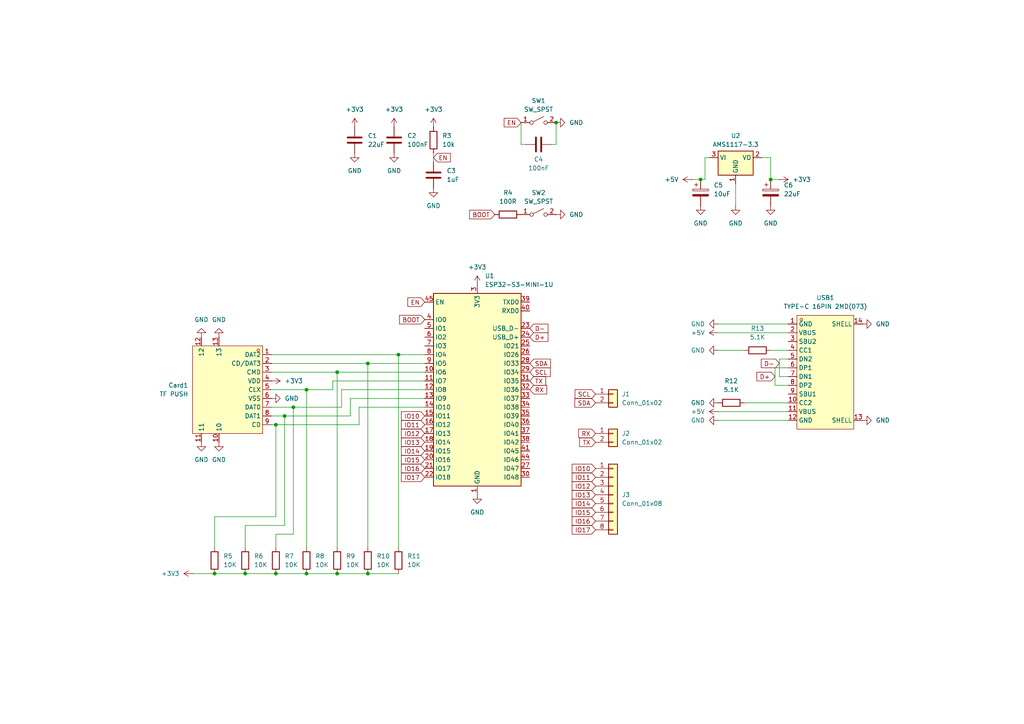
<source format=kicad_sch>
(kicad_sch (version 20231120) (generator "eeschema") (generator_version "8.0")
  (paper "A4")
  (lib_symbols
    (symbol "Connector_Generic:Conn_01x02" (pin_names (offset 1.016) hide)
      (property "Reference" "J" (at 0 2.54 0))
      (property "Value" "Conn_01x02" (at 0 -5.08 0))
      (symbol "Conn_01x02_1_1"
        (rectangle (start -1.27 -2.413) (end 0 -2.667) (stroke (width 0.1524)))
        (rectangle (start -1.27 0.127) (end 0 -0.127) (stroke (width 0.1524)))
        (rectangle (start -1.27 1.27) (end 1.27 -3.81) (stroke (width 0.254)) (fill (type background)))
        (pin passive line (at -5.08 0 0) (length 3.81) (name "Pin_1") (number "1"))
        (pin passive line (at -5.08 -2.54 0) (length 3.81) (name "Pin_2") (number "2"))
      )
    )
    (symbol "Connector_Generic:Conn_01x08" (pin_names (offset 1.016) hide)
      (property "Reference" "J" (at 0 10.16 0))
      (property "Value" "Conn_01x08" (at 0 -12.7 0))
      (symbol "Conn_01x08_1_1"
        (rectangle (start -1.27 -10.033) (end 0 -10.287) (stroke (width 0.1524)))
        (rectangle (start -1.27 -7.493) (end 0 -7.747) (stroke (width 0.1524)))
        (rectangle (start -1.27 -4.953) (end 0 -5.207) (stroke (width 0.1524)))
        (rectangle (start -1.27 -2.413) (end 0 -2.667) (stroke (width 0.1524)))
        (rectangle (start -1.27 0.127) (end 0 -0.127) (stroke (width 0.1524)))
        (rectangle (start -1.27 2.667) (end 0 2.413) (stroke (width 0.1524)))
        (rectangle (start -1.27 5.207) (end 0 4.953) (stroke (width 0.1524)))
        (rectangle (start -1.27 7.747) (end 0 7.493) (stroke (width 0.1524)))
        (rectangle (start -1.27 8.89) (end 1.27 -11.43) (stroke (width 0.254)) (fill (type background)))
        (pin passive line (at -5.08 7.62 0) (length 3.81) (name "Pin_1") (number "1"))
        (pin passive line (at -5.08 5.08 0) (length 3.81) (name "Pin_2") (number "2"))
        (pin passive line (at -5.08 2.54 0) (length 3.81) (name "Pin_3") (number "3"))
        (pin passive line (at -5.08 0 0) (length 3.81) (name "Pin_4") (number "4"))
        (pin passive line (at -5.08 -2.54 0) (length 3.81) (name "Pin_5") (number "5"))
        (pin passive line (at -5.08 -5.08 0) (length 3.81) (name "Pin_6") (number "6"))
        (pin passive line (at -5.08 -7.62 0) (length 3.81) (name "Pin_7") (number "7"))
        (pin passive line (at -5.08 -10.16 0) (length 3.81) (name "Pin_8") (number "8"))
      )
    )
    (symbol "Device:C" (pin_numbers hide) (pin_names (offset 0.254))
      (property "Reference" "C" (at 0.635 2.54 0))
      (property "Value" "C" (at 0.635 -2.54 0))
      (symbol "C_0_1"
        (polyline (pts (xy -2.032 -0.762) (xy 2.032 -0.762)) (stroke (width 0.508)))
        (polyline (pts (xy -2.032 0.762) (xy 2.032 0.762)) (stroke (width 0.508)))
      )
      (symbol "C_1_1"
        (pin passive line (at 0 3.81 270) (length 2.794) (name "~") (number "1"))
        (pin passive line (at 0 -3.81 90) (length 2.794) (name "~") (number "2"))
      )
    )
    (symbol "Device:C_Polarized" (pin_numbers hide) (pin_names (offset 0.254))
      (property "Reference" "C" (at 0.635 2.54 0))
      (property "Value" "C_Polarized" (at 0.635 -2.54 0))
      (symbol "C_Polarized_0_1"
        (rectangle (start -2.286 0.508) (end 2.286 1.016))
        (polyline (pts (xy -1.778 2.286) (xy -0.762 2.286)))
        (polyline (pts (xy -1.27 2.794) (xy -1.27 1.778)))
        (rectangle (start 2.286 -0.508) (end -2.286 -1.016) (fill (type outline)))
      )
      (symbol "C_Polarized_1_1"
        (pin passive line (at 0 3.81 270) (length 2.794) (name "~") (number "1"))
        (pin passive line (at 0 -3.81 90) (length 2.794) (name "~") (number "2"))
      )
    )
    (symbol "Device:R" (pin_numbers hide) (pin_names (offset 0))
      (property "Reference" "R" (at 2.032 0 90))
      (property "Value" "R" (at 0 0 90))
      (symbol "R_0_1"
        (rectangle (start -1.016 -2.54) (end 1.016 2.54) (stroke (width 0.254)))
      )
      (symbol "R_1_1"
        (pin passive line (at 0 3.81 270) (length 1.27) (name "~") (number "1"))
        (pin passive line (at 0 -3.81 90) (length 1.27) (name "~") (number "2"))
      )
    )
    (symbol "EasyEDA2KiCad:TFPUSH"
      (property "Reference" "Card" (at 0 20.32 0))
      (property "Value" "TF PUSH" (at 0 -20.32 0))
      (symbol "TFPUSH_0_1"
        (rectangle (start -7.62 12.7) (end 12.7 -12.7) (fill (type background)))
        (circle (center -6.35 11.43) (radius 0.38))
        (pin unspecified line (at -10.16 10.16 0) (length 2.54) (name "DAT2") (number "1"))
        (pin unspecified line (at 5.08 -15.24 90) (length 2.54) (name "10") (number "10"))
        (pin unspecified line (at 10.16 -15.24 90) (length 2.54) (name "11") (number "11"))
        (pin unspecified line (at 10.16 15.24 270) (length 2.54) (name "12") (number "12"))
        (pin unspecified line (at 5.08 15.24 270) (length 2.54) (name "13") (number "13"))
        (pin unspecified line (at -10.16 7.62 0) (length 2.54) (name "CD/DAT3") (number "2"))
        (pin unspecified line (at -10.16 5.08 0) (length 2.54) (name "CMD") (number "3"))
        (pin unspecified line (at -10.16 2.54 0) (length 2.54) (name "VDD") (number "4"))
        (pin unspecified line (at -10.16 0 0) (length 2.54) (name "CLX") (number "5"))
        (pin unspecified line (at -10.16 -2.54 0) (length 2.54) (name "VSS") (number "6"))
        (pin unspecified line (at -10.16 -5.08 0) (length 2.54) (name "DAT0") (number "7"))
        (pin unspecified line (at -10.16 -7.62 0) (length 2.54) (name "DAT1") (number "8"))
        (pin unspecified line (at -10.16 -10.16 0) (length 2.54) (name "CD") (number "9"))
      )
    )
    (symbol "EasyEDA2KiCad:TYPE-C16PIN2MD(073)"
      (property "Reference" "USB" (at 0 19.05 0))
      (property "Value" "TYPE-C 16PIN 2MD(073)" (at 0 -19.05 0))
      (symbol "TYPE-C16PIN2MD(073)_0_1"
        (rectangle (start -8.89 16.51) (end 7.62 -16.51) (fill (type background)))
        (circle (center -7.62 15.24) (radius 0.38))
        (pin unspecified line (at -11.43 13.97 0) (length 2.54) (name "GND") (number "1"))
        (pin unspecified line (at -11.43 -8.89 0) (length 2.54) (name "CC2") (number "10"))
        (pin unspecified line (at -11.43 -11.43 0) (length 2.54) (name "VBUS") (number "11"))
        (pin unspecified line (at -11.43 -13.97 0) (length 2.54) (name "GND") (number "12"))
        (pin unspecified line (at 10.16 -13.97 180) (length 2.54) (name "SHELL") (number "13"))
        (pin unspecified line (at 10.16 13.97 180) (length 2.54) (name "SHELL") (number "14"))
        (pin unspecified line (at -11.43 11.43 0) (length 2.54) (name "VBUS") (number "2"))
        (pin unspecified line (at -11.43 8.89 0) (length 2.54) (name "SBU2") (number "3"))
        (pin unspecified line (at -11.43 6.35 0) (length 2.54) (name "CC1") (number "4"))
        (pin unspecified line (at -11.43 3.81 0) (length 2.54) (name "DN2") (number "5"))
        (pin unspecified line (at -11.43 1.27 0) (length 2.54) (name "DP1") (number "6"))
        (pin unspecified line (at -11.43 -1.27 0) (length 2.54) (name "DN1") (number "7"))
        (pin unspecified line (at -11.43 -3.81 0) (length 2.54) (name "DP2") (number "8"))
        (pin unspecified line (at -11.43 -6.35 0) (length 2.54) (name "SBU1") (number "9"))
      )
    )
    (symbol "RF_Module:ESP32-S3-MINI-1U"
      (property "Reference" "U" (at -11.43 29.21 0))
      (property "Value" "ESP32-S3-MINI-1U" (at 12.7 29.21 0))
      (symbol "ESP32-S3-MINI-1U_0_1"
        (rectangle (start -12.7 27.94) (end 12.7 -27.94) (stroke (width 0.254)) (fill (type background)))
      )
      (symbol "ESP32-S3-MINI-1U_1_1"
        (pin power_in line (at 0 -30.48 90) (length 2.54) (name "GND") (number "1"))
        (pin bidirectional line (at -15.24 5.08 0) (length 2.54) (name "IO6") (number "10"))
        (pin bidirectional line (at -15.24 2.54 0) (length 2.54) (name "IO7") (number "11"))
        (pin bidirectional line (at -15.24 0 0) (length 2.54) (name "IO8") (number "12"))
        (pin bidirectional line (at -15.24 -2.54 0) (length 2.54) (name "IO9") (number "13"))
        (pin bidirectional line (at -15.24 -5.08 0) (length 2.54) (name "IO10") (number "14"))
        (pin bidirectional line (at -15.24 -7.62 0) (length 2.54) (name "IO11") (number "15"))
        (pin bidirectional line (at -15.24 -10.16 0) (length 2.54) (name "IO12") (number "16"))
        (pin bidirectional line (at -15.24 -12.7 0) (length 2.54) (name "IO13") (number "17"))
        (pin bidirectional line (at -15.24 -15.24 0) (length 2.54) (name "IO14") (number "18"))
        (pin bidirectional line (at -15.24 -17.78 0) (length 2.54) (name "IO15") (number "19"))
        (pin passive line (at 0 -30.48 90) (length 2.54) hide (name "GND") (number "2"))
        (pin bidirectional line (at -15.24 -20.32 0) (length 2.54) (name "IO16") (number "20"))
        (pin bidirectional line (at -15.24 -22.86 0) (length 2.54) (name "IO17") (number "21"))
        (pin bidirectional line (at -15.24 -25.4 0) (length 2.54) (name "IO18") (number "22"))
        (pin bidirectional line (at 15.24 17.78 180) (length 2.54) (name "USB_D-") (number "23"))
        (pin bidirectional line (at 15.24 15.24 180) (length 2.54) (name "USB_D+") (number "24"))
        (pin bidirectional line (at 15.24 12.7 180) (length 2.54) (name "IO21") (number "25"))
        (pin bidirectional line (at 15.24 10.16 180) (length 2.54) (name "IO26") (number "26"))
        (pin bidirectional line (at 15.24 -22.86 180) (length 2.54) (name "IO47") (number "27"))
        (pin bidirectional line (at 15.24 7.62 180) (length 2.54) (name "IO33") (number "28"))
        (pin bidirectional line (at 15.24 5.08 180) (length 2.54) (name "IO34") (number "29"))
        (pin power_in line (at 0 30.48 270) (length 2.54) (name "3V3") (number "3"))
        (pin bidirectional line (at 15.24 -25.4 180) (length 2.54) (name "IO48") (number "30"))
        (pin bidirectional line (at 15.24 2.54 180) (length 2.54) (name "IO35") (number "31"))
        (pin bidirectional line (at 15.24 0 180) (length 2.54) (name "IO36") (number "32"))
        (pin bidirectional line (at 15.24 -2.54 180) (length 2.54) (name "IO37") (number "33"))
        (pin bidirectional line (at 15.24 -5.08 180) (length 2.54) (name "IO38") (number "34"))
        (pin bidirectional line (at 15.24 -7.62 180) (length 2.54) (name "IO39") (number "35"))
        (pin bidirectional line (at 15.24 -10.16 180) (length 2.54) (name "IO40") (number "36"))
        (pin bidirectional line (at 15.24 -12.7 180) (length 2.54) (name "IO41") (number "37"))
        (pin bidirectional line (at 15.24 -15.24 180) (length 2.54) (name "IO42") (number "38"))
        (pin bidirectional line (at 15.24 25.4 180) (length 2.54) (name "TXD0") (number "39"))
        (pin bidirectional line (at -15.24 20.32 0) (length 2.54) (name "IO0") (number "4"))
        (pin bidirectional line (at 15.24 22.86 180) (length 2.54) (name "RXD0") (number "40"))
        (pin bidirectional line (at 15.24 -17.78 180) (length 2.54) (name "IO45") (number "41"))
        (pin passive line (at 0 -30.48 90) (length 2.54) hide (name "GND") (number "42"))
        (pin passive line (at 0 -30.48 90) (length 2.54) hide (name "GND") (number "43"))
        (pin bidirectional line (at 15.24 -20.32 180) (length 2.54) (name "IO46") (number "44"))
        (pin input line (at -15.24 25.4 0) (length 2.54) (name "EN") (number "45"))
        (pin passive line (at 0 -30.48 90) (length 2.54) hide (name "GND") (number "46"))
        (pin passive line (at 0 -30.48 90) (length 2.54) hide (name "GND") (number "47"))
        (pin passive line (at 0 -30.48 90) (length 2.54) hide (name "GND") (number "48"))
        (pin passive line (at 0 -30.48 90) (length 2.54) hide (name "GND") (number "49"))
        (pin bidirectional line (at -15.24 17.78 0) (length 2.54) (name "IO1") (number "5"))
        (pin passive line (at 0 -30.48 90) (length 2.54) hide (name "GND") (number "50"))
        (pin passive line (at 0 -30.48 90) (length 2.54) hide (name "GND") (number "51"))
        (pin passive line (at 0 -30.48 90) (length 2.54) hide (name "GND") (number "52"))
        (pin passive line (at 0 -30.48 90) (length 2.54) hide (name "GND") (number "53"))
        (pin passive line (at 0 -30.48 90) (length 2.54) hide (name "GND") (number "54"))
        (pin passive line (at 0 -30.48 90) (length 2.54) hide (name "GND") (number "55"))
        (pin passive line (at 0 -30.48 90) (length 2.54) hide (name "GND") (number "56"))
        (pin passive line (at 0 -30.48 90) (length 2.54) hide (name "GND") (number "57"))
        (pin passive line (at 0 -30.48 90) (length 2.54) hide (name "GND") (number "58"))
        (pin passive line (at 0 -30.48 90) (length 2.54) hide (name "GND") (number "59"))
        (pin bidirectional line (at -15.24 15.24 0) (length 2.54) (name "IO2") (number "6"))
        (pin passive line (at 0 -30.48 90) (length 2.54) hide (name "GND") (number "60"))
        (pin passive line (at 0 -30.48 90) (length 2.54) hide (name "GND") (number "61"))
        (pin passive line (at 0 -30.48 90) (length 2.54) hide (name "GND") (number "62"))
        (pin passive line (at 0 -30.48 90) (length 2.54) hide (name "GND") (number "63"))
        (pin passive line (at 0 -30.48 90) (length 2.54) hide (name "GND") (number "64"))
        (pin passive line (at 0 -30.48 90) (length 2.54) hide (name "GND") (number "65"))
        (pin bidirectional line (at -15.24 12.7 0) (length 2.54) (name "IO3") (number "7"))
        (pin bidirectional line (at -15.24 10.16 0) (length 2.54) (name "IO4") (number "8"))
        (pin bidirectional line (at -15.24 7.62 0) (length 2.54) (name "IO5") (number "9"))
      )
    )
    (symbol "Regulator_Linear:AMS1117-3.3"
      (property "Reference" "U" (at -3.81 3.175 0))
      (property "Value" "AMS1117-3.3" (at 0 3.175 0))
      (symbol "AMS1117-3.3_0_1"
        (rectangle (start -5.08 -5.08) (end 5.08 1.905) (stroke (width 0.254)) (fill (type background)))
      )
      (symbol "AMS1117-3.3_1_1"
        (pin power_in line (at 0 -7.62 90) (length 2.54) (name "GND") (number "1"))
        (pin power_out line (at 7.62 0 180) (length 2.54) (name "VO") (number "2"))
        (pin power_in line (at -7.62 0 0) (length 2.54) (name "VI") (number "3"))
      )
    )
    (symbol "Switch:SW_SPST" (pin_names (offset 0) hide)
      (property "Reference" "SW" (at 0 3.175 0))
      (property "Value" "SW_SPST" (at 0 -2.54 0))
      (symbol "SW_SPST_0_0"
        (circle (center -2.032 0) (radius 0.508))
        (polyline (pts (xy -1.524 0.254) (xy 1.524 1.778)))
        (circle (center 2.032 0) (radius 0.508))
      )
      (symbol "SW_SPST_1_1"
        (pin passive line (at -5.08 0 0) (length 2.54) (name "A") (number "1"))
        (pin passive line (at 5.08 0 180) (length 2.54) (name "B") (number "2"))
      )
    )
    (symbol "power:+3V3" (power) (pin_numbers hide) (pin_names (offset 0) hide)
      (property "Value" "+3V3" (at 0 3.556 0))
      (symbol "+3V3_0_1"
        (polyline (pts (xy -0.762 1.27) (xy 0 2.54)))
        (polyline (pts (xy 0 0) (xy 0 2.54)))
        (polyline (pts (xy 0 2.54) (xy 0.762 1.27)))
      )
      (symbol "+3V3_1_1"
        (pin power_in line (at 0 0 90) (length 0) (name "~") (number "1"))
      )
    )
    (symbol "power:+5V" (power) (pin_numbers hide) (pin_names (offset 0) hide)
      (property "Value" "+5V" (at 0 3.556 0))
      (symbol "+5V_0_1"
        (polyline (pts (xy -0.762 1.27) (xy 0 2.54)))
        (polyline (pts (xy 0 0) (xy 0 2.54)))
        (polyline (pts (xy 0 2.54) (xy 0.762 1.27)))
      )
      (symbol "+5V_1_1"
        (pin power_in line (at 0 0 90) (length 0) (name "~") (number "1"))
      )
    )
    (symbol "power:GND" (power) (pin_numbers hide) (pin_names (offset 0) hide)
      (property "Value" "GND" (at 0 -3.81 0))
      (symbol "GND_0_1"
        (polyline (pts (xy 0 0) (xy 0 -1.27) (xy 1.27 -1.27) (xy 0 -2.54) (xy -1.27 -1.27) (xy 0 -1.27)))
      )
      (symbol "GND_1_1"
        (pin power_in line (at 0 0 270) (length 0) (name "~") (number "1"))
      )
    )
  )
  (junction (at 88.9 113.03))
  (junction (at 62.23 166.37))
  (junction (at 161.29 35.56))
  (junction (at 223.52 52.07))
  (junction (at 80.01 123.19))
  (junction (at 71.12 166.37))
  (junction (at 106.68 105.41))
  (junction (at 80.01 166.37))
  (junction (at 97.79 166.37))
  (junction (at 115.57 102.87))
  (junction (at 82.55 120.65))
  (junction (at 97.79 107.95))
  (junction (at 203.2 52.07))
  (junction (at 88.9 166.37))
  (junction (at 106.68 166.37))
  (junction (at 85.09 118.11))
  (wire (pts (xy 97.79 107.95) (xy 123.19 107.95)))
  (wire (pts (xy 208.28 101.6) (xy 215.9 101.6)))
  (wire (pts (xy 96.52 110.49) (xy 123.19 110.49)))
  (wire (pts (xy 62.23 166.37) (xy 71.12 166.37)))
  (wire (pts (xy 161.29 35.56) (xy 161.29 41.91)))
  (wire (pts (xy 88.9 113.03) (xy 96.52 113.03)))
  (wire (pts (xy 85.09 154.94) (xy 80.01 154.94)))
  (wire (pts (xy 228.6 104.14) (xy 226.06 104.14)))
  (wire (pts (xy 106.68 166.37) (xy 115.57 166.37)))
  (wire (pts (xy 62.23 149.86) (xy 62.23 158.75)))
  (wire (pts (xy 55.88 166.37) (xy 62.23 166.37)))
  (wire (pts (xy 226.06 104.14) (xy 226.06 109.22)))
  (wire (pts (xy 115.57 102.87) (xy 123.19 102.87)))
  (wire (pts (xy 215.9 116.84) (xy 228.6 116.84)))
  (wire (pts (xy 161.29 41.91) (xy 160.02 41.91)))
  (wire (pts (xy 88.9 166.37) (xy 97.79 166.37)))
  (wire (pts (xy 97.79 166.37) (xy 106.68 166.37)))
  (wire (pts (xy 78.74 120.65) (xy 82.55 120.65)))
  (wire (pts (xy 101.6 115.57) (xy 123.19 115.57)))
  (wire (pts (xy 226.06 52.07) (xy 223.52 52.07)))
  (wire (pts (xy 125.73 46.99) (xy 125.73 44.45)))
  (wire (pts (xy 88.9 113.03) (xy 88.9 158.75)))
  (wire (pts (xy 228.6 106.68) (xy 224.79 106.68)))
  (wire (pts (xy 223.52 45.72) (xy 223.52 52.07)))
  (wire (pts (xy 204.47 45.72) (xy 205.74 45.72)))
  (wire (pts (xy 85.09 118.11) (xy 99.06 118.11)))
  (wire (pts (xy 106.68 105.41) (xy 123.19 105.41)))
  (wire (pts (xy 106.68 105.41) (xy 106.68 158.75)))
  (wire (pts (xy 78.74 118.11) (xy 85.09 118.11)))
  (wire (pts (xy 213.36 53.34) (xy 213.36 59.69)))
  (wire (pts (xy 71.12 152.4) (xy 71.12 158.75)))
  (wire (pts (xy 204.47 45.72) (xy 204.47 52.07)))
  (wire (pts (xy 208.28 93.98) (xy 228.6 93.98)))
  (wire (pts (xy 151.13 41.91) (xy 152.4 41.91)))
  (wire (pts (xy 223.52 101.6) (xy 228.6 101.6)))
  (wire (pts (xy 78.74 105.41) (xy 106.68 105.41)))
  (wire (pts (xy 208.28 121.92) (xy 228.6 121.92)))
  (wire (pts (xy 224.79 111.76) (xy 228.6 111.76)))
  (wire (pts (xy 82.55 120.65) (xy 101.6 120.65)))
  (wire (pts (xy 80.01 149.86) (xy 62.23 149.86)))
  (wire (pts (xy 85.09 118.11) (xy 85.09 154.94)))
  (wire (pts (xy 224.79 106.68) (xy 224.79 111.76)))
  (wire (pts (xy 82.55 120.65) (xy 82.55 152.4)))
  (wire (pts (xy 78.74 113.03) (xy 88.9 113.03)))
  (wire (pts (xy 223.52 45.72) (xy 220.98 45.72)))
  (wire (pts (xy 115.57 102.87) (xy 115.57 158.75)))
  (wire (pts (xy 78.74 107.95) (xy 97.79 107.95)))
  (wire (pts (xy 208.28 119.38) (xy 228.6 119.38)))
  (wire (pts (xy 208.28 96.52) (xy 228.6 96.52)))
  (wire (pts (xy 204.47 52.07) (xy 203.2 52.07)))
  (wire (pts (xy 80.01 123.19) (xy 104.14 123.19)))
  (wire (pts (xy 200.66 52.07) (xy 203.2 52.07)))
  (wire (pts (xy 96.52 113.03) (xy 96.52 110.49)))
  (wire (pts (xy 99.06 113.03) (xy 123.19 113.03)))
  (wire (pts (xy 226.06 109.22) (xy 228.6 109.22)))
  (wire (pts (xy 80.01 154.94) (xy 80.01 158.75)))
  (wire (pts (xy 99.06 118.11) (xy 99.06 113.03)))
  (wire (pts (xy 104.14 123.19) (xy 104.14 118.11)))
  (wire (pts (xy 78.74 102.87) (xy 115.57 102.87)))
  (wire (pts (xy 97.79 107.95) (xy 97.79 158.75)))
  (wire (pts (xy 80.01 123.19) (xy 80.01 149.86)))
  (wire (pts (xy 151.13 35.56) (xy 151.13 41.91)))
  (wire (pts (xy 78.74 123.19) (xy 80.01 123.19)))
  (wire (pts (xy 104.14 118.11) (xy 123.19 118.11)))
  (wire (pts (xy 80.01 166.37) (xy 88.9 166.37)))
  (wire (pts (xy 101.6 120.65) (xy 101.6 115.57)))
  (wire (pts (xy 82.55 152.4) (xy 71.12 152.4)))
  (wire (pts (xy 71.12 166.37) (xy 80.01 166.37)))
  (global_label "IO11" (shape input) (at 172.72 138.43 180) (property "Intersheetrefs" "${INTERSHEET_REFS}" (effects (hide yes))))
  (global_label "IO17" (shape input) (at 123.19 138.43 180) (property "Intersheetrefs" "${INTERSHEET_REFS}" (effects (hide yes))))
  (global_label "BOOT" (shape input) (at 143.51 62.23 180) (property "Intersheetrefs" "${INTERSHEET_REFS}" (effects (hide yes))))
  (global_label "IO13" (shape input) (at 123.19 128.27 180) (property "Intersheetrefs" "${INTERSHEET_REFS}" (effects (hide yes))))
  (global_label "EN" (shape input) (at 123.19 87.63 180) (property "Intersheetrefs" "${INTERSHEET_REFS}" (effects (hide yes))))
  (global_label "SCL" (shape input) (at 172.72 114.3 180) (property "Intersheetrefs" "${INTERSHEET_REFS}" (effects (hide yes))))
  (global_label "D-" (shape input) (at 226.06 105.41 180) (property "Intersheetrefs" "${INTERSHEET_REFS}" (effects (hide yes))))
  (global_label "SDA" (shape input) (at 172.72 116.84 180) (property "Intersheetrefs" "${INTERSHEET_REFS}" (effects (hide yes))))
  (global_label "IO16" (shape input) (at 123.19 135.89 180) (property "Intersheetrefs" "${INTERSHEET_REFS}" (effects (hide yes))))
  (global_label "IO13" (shape input) (at 172.72 143.51 180) (property "Intersheetrefs" "${INTERSHEET_REFS}" (effects (hide yes))))
  (global_label "IO16" (shape input) (at 172.72 151.13 180) (property "Intersheetrefs" "${INTERSHEET_REFS}" (effects (hide yes))))
  (global_label "IO14" (shape input) (at 123.19 130.81 180) (property "Intersheetrefs" "${INTERSHEET_REFS}" (effects (hide yes))))
  (global_label "IO15" (shape input) (at 172.72 148.59 180) (property "Intersheetrefs" "${INTERSHEET_REFS}" (effects (hide yes))))
  (global_label "IO14" (shape input) (at 172.72 146.05 180) (property "Intersheetrefs" "${INTERSHEET_REFS}" (effects (hide yes))))
  (global_label "EN" (shape input) (at 125.73 45.72 0) (property "Intersheetrefs" "${INTERSHEET_REFS}" (effects (hide yes))))
  (global_label "D+" (shape input) (at 153.67 97.79 0) (property "Intersheetrefs" "${INTERSHEET_REFS}" (effects (hide yes))))
  (global_label "D-" (shape input) (at 153.67 95.25 0) (property "Intersheetrefs" "${INTERSHEET_REFS}" (effects (hide yes))))
  (global_label "RX" (shape input) (at 153.67 113.03 0) (property "Intersheetrefs" "${INTERSHEET_REFS}" (effects (hide yes))))
  (global_label "TX" (shape input) (at 172.72 128.27 180) (property "Intersheetrefs" "${INTERSHEET_REFS}" (effects (hide yes))))
  (global_label "IO12" (shape input) (at 123.19 125.73 180) (property "Intersheetrefs" "${INTERSHEET_REFS}" (effects (hide yes))))
  (global_label "EN" (shape input) (at 151.13 35.56 180) (property "Intersheetrefs" "${INTERSHEET_REFS}" (effects (hide yes))))
  (global_label "IO15" (shape input) (at 123.19 133.35 180) (property "Intersheetrefs" "${INTERSHEET_REFS}" (effects (hide yes))))
  (global_label "IO10" (shape input) (at 123.19 120.65 180) (property "Intersheetrefs" "${INTERSHEET_REFS}" (effects (hide yes))))
  (global_label "IO12" (shape input) (at 172.72 140.97 180) (property "Intersheetrefs" "${INTERSHEET_REFS}" (effects (hide yes))))
  (global_label "IO11" (shape input) (at 123.19 123.19 180) (property "Intersheetrefs" "${INTERSHEET_REFS}" (effects (hide yes))))
  (global_label "IO17" (shape input) (at 172.72 153.67 180) (property "Intersheetrefs" "${INTERSHEET_REFS}" (effects (hide yes))))
  (global_label "TX" (shape input) (at 153.67 110.49 0) (property "Intersheetrefs" "${INTERSHEET_REFS}" (effects (hide yes))))
  (global_label "IO10" (shape input) (at 172.72 135.89 180) (property "Intersheetrefs" "${INTERSHEET_REFS}" (effects (hide yes))))
  (global_label "BOOT" (shape input) (at 123.19 92.71 180) (property "Intersheetrefs" "${INTERSHEET_REFS}" (effects (hide yes))))
  (global_label "SCL" (shape input) (at 153.67 107.95 0) (property "Intersheetrefs" "${INTERSHEET_REFS}" (effects (hide yes))))
  (global_label "D+" (shape input) (at 224.79 109.22 180) (property "Intersheetrefs" "${INTERSHEET_REFS}" (effects (hide yes))))
  (global_label "RX" (shape input) (at 172.72 125.73 180) (property "Intersheetrefs" "${INTERSHEET_REFS}" (effects (hide yes))))
  (global_label "SDA" (shape input) (at 153.67 105.41 0) (property "Intersheetrefs" "${INTERSHEET_REFS}" (effects (hide yes))))
  (symbol (lib_id "power:GND") (at 58.42 97.79 0) (mirror x) (unit 1)
    (property "Reference" "#PWR025" (effects (hide yes)))
    (property "Value" "GND" (at 58.42 92.71 0))
    (property "Description" "Power symbol creates a global label with name \"GND\" , ground" (effects (hide yes)))
  )
  (symbol (lib_id "power:GND") (at 114.3 44.45 0) (unit 1)
    (property "Reference" "#PWR07" (effects (hide yes)))
    (property "Value" "GND" (at 114.3 49.53 0))
    (property "Description" "Power symbol creates a global label with name \"GND\" , ground" (effects (hide yes)))
  )
  (symbol (lib_id "Connector_Generic:Conn_01x02") (at 177.8 125.73 0) (unit 1)
    (property "Reference" "J2" (at 180.34 125.7299 0) (effects (justify left)))
    (property "Value" "Conn_01x02" (at 180.34 128.2699 0) (effects (justify left)))
    (property "Footprint" "Connector_PinHeader_2.54mm:PinHeader_1x02_P2.54mm_Vertical" (effects (hide yes)))
    (property "Description" "Generic connector, single row, 01x02, script generated (kicad-library-utils/schlib/autogen/connector/)" (effects (hide yes)))
  )
  (symbol (lib_id "Device:C_Polarized") (at 203.2 55.88 0) (unit 1)
    (property "Reference" "C5" (at 207.01 53.7209 0) (effects (justify left)))
    (property "Value" "10uF" (at 207.01 56.2609 0) (effects (justify left)))
    (property "Footprint" "EasyEDA2KiCad:CAP-SMD_BD6.3-L6.6-W6.6-FD" (effects (hide yes)))
    (property "Description" "Polarized capacitor" (effects (hide yes)))
  )
  (symbol (lib_id "Device:C") (at 114.3 40.64 0) (unit 1)
    (property "Reference" "C2" (at 118.11 39.3699 0) (effects (justify left)))
    (property "Value" "100nF" (at 118.11 41.9099 0) (effects (justify left)))
    (property "Footprint" "EasyEDA2KiCad:C0603" (effects (hide yes)))
    (property "Description" "Unpolarized capacitor" (effects (hide yes)))
  )
  (symbol (lib_id "power:+3V3") (at 114.3 36.83 0) (unit 1)
    (property "Reference" "#PWR06" (effects (hide yes)))
    (property "Value" "+3V3" (at 114.3 31.75 0))
    (property "Description" "Power symbol creates a global label with name \"+3V3\"" (effects (hide yes)))
  )
  (symbol (lib_id "Regulator_Linear:AMS1117-3.3") (at 213.36 45.72 0) (unit 1)
    (property "Reference" "U2" (at 213.36 39.37 0))
    (property "Value" "AMS1117-3.3" (at 213.36 41.91 0))
    (property "Footprint" "Package_TO_SOT_SMD:SOT-223-3_TabPin2" (effects (hide yes)))
    (property "Datasheet" "http://www.advanced-monolithic.com/pdf/ds1117.pdf" (effects (hide yes)))
    (property "Description" "1A Low Dropout regulator, positive, 3.3V fixed output, SOT-223" (effects (hide yes)))
  )
  (symbol (lib_id "Device:R") (at 97.79 162.56 180) (unit 1)
    (property "Reference" "R9" (at 100.33 161.2899 0) (effects (justify right)))
    (property "Value" "10K" (at 100.33 163.8299 0) (effects (justify right)))
    (property "Footprint" "EasyEDA2KiCad:R0603" (effects (hide yes)))
    (property "Description" "Resistor" (effects (hide yes)))
  )
  (symbol (lib_id "Device:C_Polarized") (at 223.52 55.88 0) (unit 1)
    (property "Reference" "C6" (at 227.33 53.7209 0) (effects (justify left)))
    (property "Value" "22uF" (at 227.33 56.2609 0) (effects (justify left)))
    (property "Footprint" "EasyEDA2KiCad:CAP-SMD_BD6.3-L6.6-W6.6-FD" (effects (hide yes)))
    (property "Description" "Polarized capacitor" (effects (hide yes)))
  )
  (symbol (lib_id "power:+3V3") (at 125.73 36.83 0) (unit 1)
    (property "Reference" "#PWR010" (effects (hide yes)))
    (property "Value" "+3V3" (at 125.73 31.75 0))
    (property "Description" "Power symbol creates a global label with name \"+3V3\"" (effects (hide yes)))
  )
  (symbol (lib_id "power:GND") (at 223.52 59.69 0) (unit 1)
    (property "Reference" "#PWR019" (effects (hide yes)))
    (property "Value" "GND" (at 223.52 64.77 0))
    (property "Description" "Power symbol creates a global label with name \"GND\" , ground" (effects (hide yes)))
  )
  (symbol (lib_id "power:GND") (at 63.5 128.27 0) (mirror y) (unit 1)
    (property "Reference" "#PWR024" (effects (hide yes)))
    (property "Value" "GND" (at 63.5 133.35 0))
    (property "Description" "Power symbol creates a global label with name \"GND\" , ground" (effects (hide yes)))
  )
  (symbol (lib_id "Device:R") (at 71.12 162.56 180) (unit 1)
    (property "Reference" "R6" (at 73.66 161.2899 0) (effects (justify right)))
    (property "Value" "10K" (at 73.66 163.8299 0) (effects (justify right)))
    (property "Footprint" "EasyEDA2KiCad:R0603" (effects (hide yes)))
    (property "Description" "Resistor" (effects (hide yes)))
  )
  (symbol (lib_id "Device:R") (at 219.71 101.6 90) (unit 1)
    (property "Reference" "R13" (at 219.71 95.25 90))
    (property "Value" "5.1K" (at 219.71 97.79 90))
    (property "Footprint" "EasyEDA2KiCad:R0603" (effects (hide yes)))
    (property "Description" "Resistor" (effects (hide yes)))
  )
  (symbol (lib_id "power:GND") (at 161.29 35.56 90) (unit 1)
    (property "Reference" "#PWR014" (effects (hide yes)))
    (property "Value" "GND" (at 165.1 35.5599 90) (effects (justify right)))
    (property "Description" "Power symbol creates a global label with name \"GND\" , ground" (effects (hide yes)))
  )
  (symbol (lib_id "power:+5V") (at 200.66 52.07 90) (unit 1)
    (property "Reference" "#PWR016" (effects (hide yes)))
    (property "Value" "+5V" (at 196.85 52.0699 90) (effects (justify left)))
    (property "Description" "Power symbol creates a global label with name \"+5V\"" (effects (hide yes)))
  )
  (symbol (lib_id "power:+3V3") (at 78.74 110.49 270) (mirror x) (unit 1)
    (property "Reference" "#PWR021" (effects (hide yes)))
    (property "Value" "+3V3" (at 82.55 110.4899 90) (effects (justify left)))
    (property "Description" "Power symbol creates a global label with name \"+3V3\"" (effects (hide yes)))
  )
  (symbol (lib_id "power:GND") (at 208.28 93.98 270) (unit 1)
    (property "Reference" "#PWR033" (effects (hide yes)))
    (property "Value" "GND" (at 204.47 93.9799 90) (effects (justify right)))
    (property "Description" "Power symbol creates a global label with name \"GND\" , ground" (effects (hide yes)))
  )
  (symbol (lib_id "power:GND") (at 250.19 121.92 90) (unit 1)
    (property "Reference" "#PWR035" (effects (hide yes)))
    (property "Value" "GND" (at 254 121.9199 90) (effects (justify right)))
    (property "Description" "Power symbol creates a global label with name \"GND\" , ground" (effects (hide yes)))
  )
  (symbol (lib_id "power:GND") (at 203.2 59.69 0) (unit 1)
    (property "Reference" "#PWR017" (effects (hide yes)))
    (property "Value" "GND" (at 203.2 64.77 0))
    (property "Description" "Power symbol creates a global label with name \"GND\" , ground" (effects (hide yes)))
  )
  (symbol (lib_id "Device:R") (at 147.32 62.23 90) (unit 1)
    (property "Reference" "R4" (at 147.32 55.88 90))
    (property "Value" "100R" (at 147.32 58.42 90))
    (property "Footprint" "EasyEDA2KiCad:R0603" (effects (hide yes)))
    (property "Description" "Resistor" (effects (hide yes)))
  )
  (symbol (lib_id "power:GND") (at 213.36 59.69 0) (unit 1)
    (property "Reference" "#PWR018" (effects (hide yes)))
    (property "Value" "GND" (at 213.36 64.77 0))
    (property "Description" "Power symbol creates a global label with name \"GND\" , ground" (effects (hide yes)))
  )
  (symbol (lib_id "power:GND") (at 58.42 128.27 0) (mirror y) (unit 1)
    (property "Reference" "#PWR026" (effects (hide yes)))
    (property "Value" "GND" (at 58.42 133.35 0))
    (property "Description" "Power symbol creates a global label with name \"GND\" , ground" (effects (hide yes)))
  )
  (symbol (lib_id "power:+3V3") (at 55.88 166.37 90) (unit 1)
    (property "Reference" "#PWR027" (effects (hide yes)))
    (property "Value" "+3V3" (at 52.07 166.3699 90) (effects (justify left)))
    (property "Description" "Power symbol creates a global label with name \"+3V3\"" (effects (hide yes)))
  )
  (symbol (lib_id "Switch:SW_SPST") (at 156.21 35.56 0) (unit 1)
    (property "Reference" "SW1" (at 156.21 29.21 0))
    (property "Value" "SW_SPST" (at 156.21 31.75 0))
    (property "Footprint" "EasyEDA2KiCad:SW-SMD_L3.9-W3.0-P4.45" (effects (hide yes)))
    (property "Description" "Single Pole Single Throw (SPST) switch" (effects (hide yes)))
  )
  (symbol (lib_id "Device:C") (at 156.21 41.91 270) (mirror x) (unit 1)
    (property "Reference" "C4" (at 156.21 46.228 90))
    (property "Value" "100nF" (at 156.21 48.768 90))
    (property "Footprint" "EasyEDA2KiCad:C0603" (effects (hide yes)))
    (property "Description" "Unpolarized capacitor" (effects (hide yes)))
  )
  (symbol (lib_id "power:+3V3") (at 226.06 52.07 270) (unit 1)
    (property "Reference" "#PWR020" (effects (hide yes)))
    (property "Value" "+3V3" (at 229.87 52.0699 90) (effects (justify left)))
    (property "Description" "Power symbol creates a global label with name \"+3V3\"" (effects (hide yes)))
  )
  (symbol (lib_id "power:GND") (at 208.28 101.6 270) (unit 1)
    (property "Reference" "#PWR029" (effects (hide yes)))
    (property "Value" "GND" (at 204.47 101.5999 90) (effects (justify right)))
    (property "Description" "Power symbol creates a global label with name \"GND\" , ground" (effects (hide yes)))
  )
  (symbol (lib_id "power:+5V") (at 208.28 96.52 90) (unit 1)
    (property "Reference" "#PWR031" (effects (hide yes)))
    (property "Value" "+5V" (at 204.47 96.5199 90) (effects (justify left)))
    (property "Description" "Power symbol creates a global label with name \"+5V\"" (effects (hide yes)))
  )
  (symbol (lib_id "RF_Module:ESP32-S3-MINI-1U") (at 138.43 113.03 0) (unit 1)
    (property "Reference" "U1" (at 140.6241 80.01 0) (effects (justify left)))
    (property "Value" "ESP32-S3-MINI-1U" (at 140.6241 82.55 0) (effects (justify left)))
    (property "Footprint" "RF_Module:ESP32-S2-MINI-1U" (effects (hide yes)))
    (property "Datasheet" "https://www.espressif.com/sites/default/files/documentation/esp32-s3-mini-1_mini-1u_datasheet_en.pdf" (effects (hide yes)))
    (property "Description" "RF Module, ESP32-S3 SoC, Wi-Fi 802.11b/g/n, Bluetooth, BLE, 32-bit, 3.3V, SMD, external antenna" (effects (hide yes)))
  )
  (symbol (lib_id "Device:R") (at 62.23 162.56 180) (unit 1)
    (property "Reference" "R5" (at 64.77 161.2899 0) (effects (justify right)))
    (property "Value" "10K" (at 64.77 163.8299 0) (effects (justify right)))
    (property "Footprint" "EasyEDA2KiCad:R0603" (effects (hide yes)))
    (property "Description" "Resistor" (effects (hide yes)))
  )
  (symbol (lib_id "Device:R") (at 125.73 40.64 0) (unit 1)
    (property "Reference" "R3" (at 128.27 39.3699 0) (effects (justify left)))
    (property "Value" "10k" (at 128.27 41.9099 0) (effects (justify left)))
    (property "Footprint" "EasyEDA2KiCad:R0603" (effects (hide yes)))
    (property "Description" "Resistor" (effects (hide yes)))
  )
  (symbol (lib_id "power:GND") (at 208.28 121.92 270) (unit 1)
    (property "Reference" "#PWR032" (effects (hide yes)))
    (property "Value" "GND" (at 204.47 121.9199 90) (effects (justify right)))
    (property "Description" "Power symbol creates a global label with name \"GND\" , ground" (effects (hide yes)))
  )
  (symbol (lib_id "Device:C") (at 125.73 50.8 0) (unit 1)
    (property "Reference" "C3" (at 129.54 49.5299 0) (effects (justify left)))
    (property "Value" "1uF" (at 129.54 52.0699 0) (effects (justify left)))
    (property "Footprint" "EasyEDA2KiCad:C0603" (effects (hide yes)))
    (property "Description" "Unpolarized capacitor" (effects (hide yes)))
  )
  (symbol (lib_id "power:GND") (at 63.5 97.79 0) (mirror x) (unit 1)
    (property "Reference" "#PWR023" (effects (hide yes)))
    (property "Value" "GND" (at 63.5 92.71 0))
    (property "Description" "Power symbol creates a global label with name \"GND\" , ground" (effects (hide yes)))
  )
  (symbol (lib_id "power:GND") (at 102.87 44.45 0) (unit 1)
    (property "Reference" "#PWR02" (effects (hide yes)))
    (property "Value" "GND" (at 102.87 49.53 0))
    (property "Description" "Power symbol creates a global label with name \"GND\" , ground" (effects (hide yes)))
  )
  (symbol (lib_id "Device:R") (at 212.09 116.84 90) (unit 1)
    (property "Reference" "R12" (at 212.09 110.49 90))
    (property "Value" "5.1K" (at 212.09 113.03 90))
    (property "Footprint" "EasyEDA2KiCad:R0603" (effects (hide yes)))
    (property "Description" "Resistor" (effects (hide yes)))
  )
  (symbol (lib_id "power:+3V3") (at 138.43 82.55 0) (unit 1)
    (property "Reference" "#PWR08" (effects (hide yes)))
    (property "Value" "+3V3" (at 138.43 77.47 0))
    (property "Description" "Power symbol creates a global label with name \"+3V3\"" (effects (hide yes)))
  )
  (symbol (lib_id "Connector_Generic:Conn_01x02") (at 177.8 114.3 0) (unit 1)
    (property "Reference" "J1" (at 180.34 114.2999 0) (effects (justify left)))
    (property "Value" "Conn_01x02" (at 180.34 116.8399 0) (effects (justify left)))
    (property "Footprint" "Connector_PinHeader_2.54mm:PinHeader_1x02_P2.54mm_Vertical" (effects (hide yes)))
    (property "Description" "Generic connector, single row, 01x02, script generated (kicad-library-utils/schlib/autogen/connector/)" (effects (hide yes)))
  )
  (symbol (lib_id "Device:R") (at 88.9 162.56 180) (unit 1)
    (property "Reference" "R8" (at 91.44 161.2899 0) (effects (justify right)))
    (property "Value" "10K" (at 91.44 163.8299 0) (effects (justify right)))
    (property "Footprint" "EasyEDA2KiCad:R0603" (effects (hide yes)))
    (property "Description" "Resistor" (effects (hide yes)))
  )
  (symbol (lib_id "power:GND") (at 138.43 143.51 0) (unit 1)
    (property "Reference" "#PWR09" (effects (hide yes)))
    (property "Value" "GND" (at 138.43 148.59 0))
    (property "Description" "Power symbol creates a global label with name \"GND\" , ground" (effects (hide yes)))
  )
  (symbol (lib_id "Switch:SW_SPST") (at 156.21 62.23 0) (unit 1)
    (property "Reference" "SW2" (at 156.21 55.88 0))
    (property "Value" "SW_SPST" (at 156.21 58.42 0))
    (property "Footprint" "EasyEDA2KiCad:SW-SMD_L3.9-W3.0-P4.45" (effects (hide yes)))
    (property "Description" "Single Pole Single Throw (SPST) switch" (effects (hide yes)))
  )
  (symbol (lib_id "EasyEDA2KiCad:TYPE-C16PIN2MD(073)") (at 240.03 107.95 0) (unit 1)
    (property "Reference" "USB1" (at 239.395 86.36 0))
    (property "Value" "TYPE-C 16PIN 2MD(073)" (at 239.395 88.9 0))
    (property "Footprint" "EasyEDA2KiCad:USB-C-SMD_TYPE-C-6PIN-2MD-073" (effects (hide yes)))
    (property "LCSC Part" "C2765186" (effects (hide yes)))
  )
  (symbol (lib_id "power:+3V3") (at 102.87 36.83 0) (unit 1)
    (property "Reference" "#PWR01" (effects (hide yes)))
    (property "Value" "+3V3" (at 102.87 31.75 0))
    (property "Description" "Power symbol creates a global label with name \"+3V3\"" (effects (hide yes)))
  )
  (symbol (lib_id "Device:R") (at 80.01 162.56 180) (unit 1)
    (property "Reference" "R7" (at 82.55 161.2899 0) (effects (justify right)))
    (property "Value" "10K" (at 82.55 163.8299 0) (effects (justify right)))
    (property "Footprint" "EasyEDA2KiCad:R0603" (effects (hide yes)))
    (property "Description" "Resistor" (effects (hide yes)))
  )
  (symbol (lib_id "power:GND") (at 78.74 115.57 90) (mirror x) (unit 1)
    (property "Reference" "#PWR022" (effects (hide yes)))
    (property "Value" "GND" (at 82.55 115.5699 90) (effects (justify right)))
    (property "Description" "Power symbol creates a global label with name \"GND\" , ground" (effects (hide yes)))
  )
  (symbol (lib_id "power:GND") (at 250.19 93.98 90) (unit 1)
    (property "Reference" "#PWR034" (effects (hide yes)))
    (property "Value" "GND" (at 254 93.9799 90) (effects (justify right)))
    (property "Description" "Power symbol creates a global label with name \"GND\" , ground" (effects (hide yes)))
  )
  (symbol (lib_id "EasyEDA2KiCad:TFPUSH") (at 68.58 113.03 0) (mirror y) (unit 1)
    (property "Reference" "Card1" (at 54.61 111.7599 0) (effects (justify left)))
    (property "Value" "TF PUSH" (at 54.61 114.2999 0) (effects (justify left)))
    (property "Footprint" "EasyEDA2KiCad:TF-SMD_TF-PUSH" (effects (hide yes)))
    (property "Datasheet" "https://lcsc.com/product-detail/Connector-Card-Sockets_SHOU-HAN-SHOU-HAN-TFDeck-TF-Deck_C393941.html" (effects (hide yes)))
    (property "LCSC Part" "C393941" (effects (hide yes)))
  )
  (symbol (lib_id "power:GND") (at 161.29 62.23 90) (unit 1)
    (property "Reference" "#PWR015" (effects (hide yes)))
    (property "Value" "GND" (at 165.1 62.2299 90) (effects (justify right)))
    (property "Description" "Power symbol creates a global label with name \"GND\" , ground" (effects (hide yes)))
  )
  (symbol (lib_id "power:GND") (at 208.28 116.84 270) (unit 1)
    (property "Reference" "#PWR030" (effects (hide yes)))
    (property "Value" "GND" (at 204.47 116.8399 90) (effects (justify right)))
    (property "Description" "Power symbol creates a global label with name \"GND\" , ground" (effects (hide yes)))
  )
  (symbol (lib_id "Connector_Generic:Conn_01x08") (at 177.8 143.51 0) (unit 1)
    (property "Reference" "J3" (at 180.34 143.5099 0) (effects (justify left)))
    (property "Value" "Conn_01x08" (at 180.34 146.0499 0) (effects (justify left)))
    (property "Footprint" "Connector_PinHeader_2.54mm:PinHeader_1x08_P2.54mm_Vertical" (effects (hide yes)))
    (property "Description" "Generic connector, single row, 01x08, script generated (kicad-library-utils/schlib/autogen/connector/)" (effects (hide yes)))
  )
  (symbol (lib_id "power:+5V") (at 208.28 119.38 90) (unit 1)
    (property "Reference" "#PWR028" (effects (hide yes)))
    (property "Value" "+5V" (at 204.47 119.3799 90) (effects (justify left)))
    (property "Description" "Power symbol creates a global label with name \"+5V\"" (effects (hide yes)))
  )
  (symbol (lib_id "power:GND") (at 125.73 54.61 0) (unit 1)
    (property "Reference" "#PWR011" (effects (hide yes)))
    (property "Value" "GND" (at 125.73 59.69 0))
    (property "Description" "Power symbol creates a global label with name \"GND\" , ground" (effects (hide yes)))
  )
  (symbol (lib_id "Device:C") (at 102.87 40.64 0) (unit 1)
    (property "Reference" "C1" (at 106.68 39.3699 0) (effects (justify left)))
    (property "Value" "22uF" (at 106.68 41.9099 0) (effects (justify left)))
    (property "Footprint" "EasyEDA2KiCad:C1210" (effects (hide yes)))
    (property "Description" "Unpolarized capacitor" (effects (hide yes)))
  )
  (symbol (lib_id "Device:R") (at 115.57 162.56 180) (unit 1)
    (property "Reference" "R11" (at 118.11 161.2899 0) (effects (justify right)))
    (property "Value" "10K" (at 118.11 163.8299 0) (effects (justify right)))
    (property "Footprint" "EasyEDA2KiCad:R0603" (effects (hide yes)))
    (property "Description" "Resistor" (effects (hide yes)))
  )
  (symbol (lib_id "Device:R") (at 106.68 162.56 180) (unit 1)
    (property "Reference" "R10" (at 109.22 161.2899 0) (effects (justify right)))
    (property "Value" "10K" (at 109.22 163.8299 0) (effects (justify right)))
    (property "Footprint" "EasyEDA2KiCad:R0603" (effects (hide yes)))
    (property "Description" "Resistor" (effects (hide yes)))
  )
)
</source>
